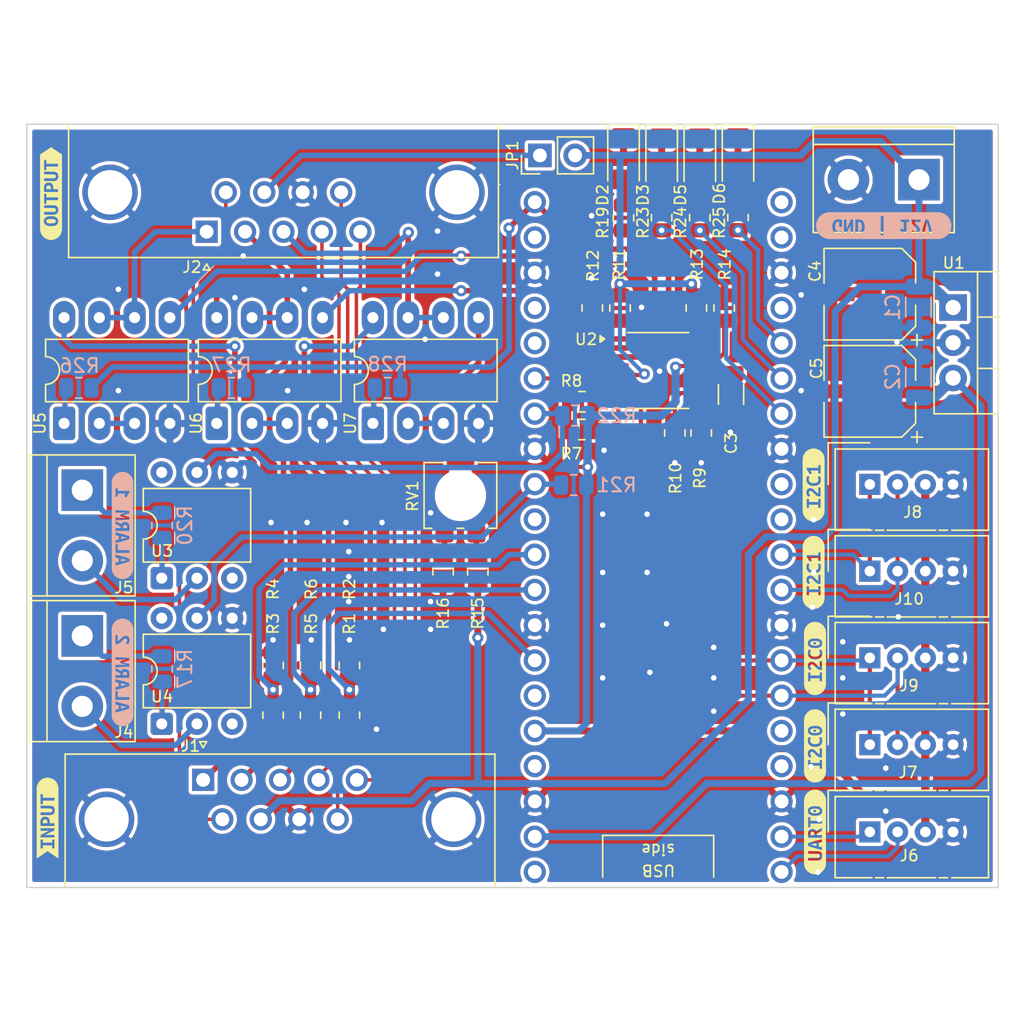
<source format=kicad_pcb>
(kicad_pcb (version 20241229) (generator "pcbnew") (generator_version "9.0")
  (layers (0 "F.Cu" signal) (2 "B.Cu" signal) (13 "F.Paste" user) (15 "B.Paste" user) (5 "F.SilkS" user "F.Silkscreen") (7 "B.SilkS" user "B.Silkscreen") (1 "F.Mask" user) (3 "B.Mask" user) (25 "Edge.Cuts" user))
  (net 0 "")
  (net 1 "+12V")
  (net 2 "GND")
  (net 3 "+5V")
  (net 4 "+3.3V")
  (net 5 "/LED-red")
  (net 6 "/LED-green")
  (net 7 "/db-4")
  (net 8 "/db-5")
  (net 9 "/db-6")
  (net 10 "/db-9")
  (net 11 "Net-(J4-Pin_1)")
  (net 12 "Net-(J4-Pin_2)")
  (net 13 "Net-(J5-Pin_1)")
  (net 14 "Net-(J5-Pin_2)")
  (net 15 "/TxD")
  (net 16 "/RxD")
  (net 17 "/SDA")
  (net 18 "/SCL")
  (net 19 "/SDA1")
  (net 20 "Net-(JP1-A)")
  (net 21 "Net-(U5-D1_A)")
  (net 22 "Net-(U6-D1_A)")
  (net 25 "/SCL1")
  (net 28 "/LED-blue")
  (net 29 "/enable")
  (net 30 "/SHDN")
  (net 33 "/AlarmIn2")
  (net 34 "/AlarmIn1")
  (net 36 "/VjoyCenter")
  (net 37 "/VjoyY")
  (net 38 "/VjoyX")
  (net 42 "Net-(U2-AD0)")
  (net 43 "Net-(U2-AD1)")
  (net 44 "Net-(U2-A1)")
  (net 45 "Net-(U2-B1)")
  (net 46 "Net-(U2-A2)")
  (net 47 "Net-(U2-B2)")
  (net 48 "Net-(R15-Pad2)")
  (net 49 "Net-(R16-Pad1)")
  (net 50 "Net-(R17-Pad1)")
  (net 51 "Net-(R20-Pad1)")
  (net 53 "Net-(U7-D1_A)")
  (net 58 "/VctlCenter")
  (net 59 "/VctlY")
  (net 60 "/VctlX")
  (net 61 "Net-(U5-D1_C)")
  (net 62 "/VoutX")
  (net 63 "/VoutY")
  (net 64 "Net-(U6-D1_C)")
  (net 65 "Net-(U7-D1_C)")
  (net 66 "/VoutCenter")
  (net 67 "Net-(D3-A)")
  (net 68 "Net-(D5-A)")
  (net 69 "Net-(D6-A)")
  (net 70 "Net-(D2-A)")
  (net 73 "/VsrcCenter")
  (net 74 "/VsrcX")
  (net 75 "/VsrcY")
  (footprint "Resistor_SMD:R_0805_2012Metric" (layer "F.Cu") (at 96.7 72.25 90)
    (property "Reference" "R10")
    (property "Value" "0R")
  )
  (footprint "Potentiometer_SMD:Potentiometer_Bourns_3314R-1_Vertical_Hole" (layer "F.Cu") (at 81.25 76.75 180)
    (property "Reference" "RV1")
    (property "Value" "20k")
  )
  (footprint "kibuzzard-681B47CA" (layer "F.Cu") (at 51.5 100 90)
    (property "Reference" "kibuzzard-681B47CA" (hide yes))
    (property "Value" "G***" (hide yes))
  )
  (footprint "Resistor_SMD:R_0805_2012Metric" (layer "F.Cu") (at 100.25 63.25 90)
    (property "Reference" "R14")
    (property "Value" "33k")
  )
  (footprint "Package_DIP:DIP-8_W7.62mm_Socket_LongPads" (layer "F.Cu") (at 63.69 71.56 90)
    (property "Reference" "U6")
    (property "Value" "LH1512BB")
  )
  (footprint "Resistor_SMD:R_0805_2012Metric" (layer "F.Cu") (at 98.6 72.25 90)
    (property "Reference" "R9")
    (property "Value" "0R")
  )
  (footprint "Resistor_SMD:R_0805_2012Metric" (layer "F.Cu") (at 98.5 56.7375 90)
    (property "Reference" "R24")
    (property "Value" "R")
  )
  (footprint "kibuzzard-681B4A44" (layer "F.Cu") (at 106.8 101 90)
    (property "Reference" "kibuzzard-681B4A44" (hide yes))
    (property "Value" "G***" (hide yes))
  )
  (footprint "Connector_Dsub:DSUB-9_Socket_Horizontal_P2.77x2.84mm_EdgePinOffset4.94mm_Housed_MountingHolesOffset4.94mm" (layer "F.Cu") (at 62.96 57.75 180)
    (property "Reference" "J2")
    (property "Value" "female-to wheelchair")
  )
  (footprint "Connector:NS-Tech_Grove_1x04_P2mm_Vertical" (layer "F.Cu") (at 110.75 101 90)
    (property "Reference" "J6")
    (property "Value" "grove-Serial")
  )
  (footprint "Package_SO:TSSOP-16_4.4x5mm_P0.65mm" (layer "F.Cu") (at 95.5 67.75)
    (property "Reference" "U2")
    (property "Value" "AD5282")
  )
  (footprint "Package_DIP:DIP-6_W7.62mm" (layer "F.Cu") (at 59.725 82.7125 90)
    (property "Reference" "U3")
    (property "Value" "TIL111")
  )
  (footprint "Package_DIP:DIP-8_W7.62mm_Socket_LongPads" (layer "F.Cu") (at 74.94 71.56 90)
    (property "Reference" "U7")
    (property "Value" "LH1512BB")
  )
  (footprint "Resistor_SMD:R_0805_2012Metric" (layer "F.Cu") (at 80 82.25 -90)
    (property "Reference" "R16")
    (property "Value" "33k")
  )
  (footprint "Resistor_SMD:R_0805_2012Metric" (layer "F.Cu") (at 90 72)
    (property "Reference" "R7")
    (property "Value" "4k7")
  )
  (footprint "kibuzzard-681B4A1A" (layer "F.Cu") (at 106.7 76 90)
    (property "Reference" "kibuzzard-681B4A1A" (hide yes))
    (property "Value" "G***" (hide yes))
  )
  (footprint "Capacitor_SMD:C_1206_3216Metric" (layer "F.Cu") (at 100.75 69.475 -90)
    (property "Reference" "C3")
    (property "Value" "100nF")
  )
  (footprint "LED_SMD:LED_1206_3216Metric_Pad1.42x1.75mm_HandSolder" (layer "F.Cu") (at 93 52.4875 -90)
    (property "Reference" "D2")
    (property "Value" "LED-yellow")
  )
  (footprint "fab:CP_Elec_D6.3mm_H6.1mm" (layer "F.Cu") (at 110.75 69.25 180)
    (property "Reference" "C5")
    (property "Value" "100uF")
  )
  (footprint "Resistor_SMD:R_0805_2012Metric" (layer "F.Cu") (at 82.5 82.25 90)
    (property "Reference" "R15")
    (property "Value" "33k")
  )
  (footprint "TerminalBlock:TerminalBlock_bornier-2_P5.08mm" (layer "F.Cu") (at 54 76.3725 -90)
    (property "Reference" "J5")
    (property "Value" "AlarmIn2")
  )
  (footprint "kibuzzard-681B4A2D" (layer "F.Cu") (at 106.8 88.5 90)
    (property "Reference" "kibuzzard-681B4A2D" (hide yes))
    (property "Value" "G***" (hide yes))
  )
  (footprint "Connector:NS-Tech_Grove_1x04_P2mm_Vertical" (layer "F.Cu") (at 110.75 94.7075 90)
    (property "Reference" "J7")
    (property "Value" "grove-I2C")
  )
  (footprint "TerminalBlock:TerminalBlock_bornier-2_P5.08mm" (layer "F.Cu") (at 54 86.8725 -90)
    (property "Reference" "J4")
    (property "Value" "AlarmIn1")
  )
  (footprint "Resistor_SMD:R_0805_2012Metric" (layer "F.Cu") (at 101.25 56.725 90)
    (property "Reference" "R25")
    (property "Value" "R")
  )
  (footprint "Connector:NS-Tech_Grove_1x04_P2mm_Vertical" (layer "F.Cu") (at 110.75 75.9575 90)
    (property "Reference" "J8")
    (property "Value" "grove-I2C-2")
  )
  (footprint "fab:RaspberryPi_PicoW_SocketTHT" (layer "F.Cu") (at 95.5 79.75 180)
    (property "Reference" "M1" (hide yes))
    (property "Value" "Module_RaspberryPi_PicoW_SocketTHT")
  )
  (footprint "Resistor_SMD:R_0805_2012Metric" (layer "F.Cu") (at 92.75 63.25 90)
    (property "Reference" "R11")
    (property "Value" "33k")
  )
  (footprint "Resistor_SMD:R_0805_2012Metric" (layer "F.Cu") (at 93 56.75 -90)
    (property "Reference" "R19")
    (property "Value" "1k")
  )
  (footprint "Resistor_SMD:R_0805_2012Metric" (layer "F.Cu") (at 67.75 92.5875 90)
    (property "Reference" "R3")
    (property "Value" "33k")
  )
  (footprint "Resistor_SMD:R_0805_2012Metric" (layer "F.Cu") (at 73.25 89 90)
    (property "Reference" "R2")
    (property "Value" "10k")
  )
  (footprint "kibuzzard-681B47BC" (layer "F.Cu") (at 51.75 55 90)
    (property "Reference" "kibuzzard-681B47BC" (hide yes))
    (property "Value" "G***" (hide yes))
  )
  (footprint "Connector_PinHeader_2.54mm:PinHeader_1x02_P2.54mm_Vertical" (layer "F.Cu") (at 86.975 52.25 90)
    (property "Reference" "JP1")
    (property "Value" "power")
  )
  (footprint "Resistor_SMD:R_0805_2012Metric" (layer "F.Cu") (at 67.75 89 90)
    (property "Reference" "R4")
    (property "Value" "10k")
  )
  (footprint "TerminalBlock:TerminalBlock_bornier-2_P5.08mm" (layer "F.Cu") (at 114.29 54 180)
    (property "Reference" "J3" (hide yes))
    (property "Value" "12V")
  )
  (footprint "Package_DIP:DIP-8_W7.62mm_Socket_LongPads" (layer "F.Cu") (at 52.69 71.56 90)
    (property "Reference" "U5")
    (property "Value" "LH1512BB")
  )
  (footprint "Resistor_SMD:R_0805_2012Metric" (layer "F.Cu") (at 98.25 63.25 90)
    (property "Reference" "R13")
    (property "Value" "33k")
  )
  (footprint "fab:CP_Elec_D6.3mm_H6.1mm" (layer "F.Cu") (at 110.75 62.25 180)
    (property "Reference" "C4")
    (property "Value" "10uF")
  )
  (footprint "Resistor_SMD:R_0805_2012Metric" (layer "F.Cu") (at 70.45 92.5875 90)
    (property "Reference" "R5")
    (property "Value" "33k")
  )
  (footprint "LED_SMD:LED_1206_3216Metric_Pad1.42x1.75mm_HandSolder" (layer "F.Cu") (at 101.25 52.5 -90)
    (property "Reference" "D6")
    (property "Value" "LED")
  )
  (footprint "Connector:NS-Tech_Grove_1x04_P2mm_Vertical" (layer "F.Cu") (at 110.75 88.4575 90)
    (property "Reference" "J9")
    (property "Value" "grove-I2C")
  )
  (footprint "Resistor_SMD:R_0805_2012Metric" (layer "F.Cu") (at 90 70)
    (property "Reference" "R8")
    (property "Value" "4k7")
  )
  (footprint "LED_SMD:LED_1206_3216Metric_Pad1.42x1.75mm_HandSolder" (layer "F.Cu") (at 98.5 52.5125 -90)
    (property "Reference" "D5")
    (property "Value" "LED")
  )
  (footprint "kibuzzard-681B4A1A" (layer "F.Cu") (at 106.7 82.3 90)
    (property "Reference" "kibuzzard-681B4A1A" (hide yes))
    (property "Value" "G***" (hide yes))
  )
  (footprint "Resistor_SMD:R_0805_2012Metric" (layer "F.Cu") (at 90.75 63.25 90)
    (property "Reference" "R12")
    (property "Value" "33k")
  )
  (footprint "kibuzzard-681B4A2D" (layer "F.Cu") (at 106.8 94.8 90)
    (property "Reference" "kibuzzard-681B4A2D" (hide yes))
    (property "Value" "G***" (hide yes))
  )
  (footprint "Resistor_SMD:R_0805_2012Metric" (layer "F.Cu") (at 70.45 89 90)
    (property "Reference" "R6")
    (property "Value" "10k")
  )
  (footprint "Package_DIP:DIP-6_W7.62mm" (layer "F.Cu") (at 59.725 93.2125 90)
    (property "Reference" "U4")
    (property "Value" "TIL111")
  )
  (footprint "Connector_Dsub:DSUB-9_Pins_Horizontal_P2.77x2.84mm_EdgePinOffset4.94mm_Housed_MountingHolesOffset4.94mm" (layer "F.Cu") (at 62.71 97.25)
    (property "Reference" "J1")
    (property "Value" "male-joystick in")
  )
  (footprint "Package_TO_SOT_THT:TO-220-3_Vertical" (layer "F.Cu") (at 116.75 63.21 -90)
    (property "Reference" "U1")
    (property "Value" "LM7805_TO220")
  )
  (footprint "Connector:NS-Tech_Grove_1x04_P2mm_Vertical" (layer "F.Cu") (at 110.75 82.2075 90)
    (property "Reference" "J10")
    (property "Value" "grove-I2C-2")
  )
  (footprint "Resistor_SMD:R_0805_2012Metric" (layer "F.Cu") (at 73.25 92.5875 90)
    (property "Reference" "R1")
    (property "Value" "33k")
  )
  (footprint "LED_SMD:LED_1206_3216Metric_Pad1.42x1.75mm_HandSolder" (layer "F.Cu") (at 95.75 52.5125 -90)
    (property "Reference" "D3")
    (property "Value" "LED")
  )
  (footprint "Resistor_SMD:R_0805_2012Metric" (layer "F.Cu") (at 95.75 56.7375 90)
    (property "Reference" "R23")
    (property "Value" "R")
  )
  (footprint "kibuzzard-681B47D9" (layer "B.Cu") (at 56.9 78.9125 90)
    (property "Reference" "kibuzzard-681B47D9" (hide yes))
    (property "Value" "G***" (hide yes))
  )
  (footprint "Resistor_SMD:R_0805_2012Metric" (layer "B.Cu") (at 53.75 69 180)
    (property "Reference" "R26")
    (property "Value" "1k")
  )
  (footprint "kibuzzard-681B4932" (layer "B.Cu") (at 111.75 57.31)
    (property "Reference" "kibuzzard-681B4932" (hide yes))
    (property "Value" "G***" (hide yes))
  )
  (footprint "Resistor_SMD:R_0805_2012Metric" (layer "B.Cu") (at 89.4125 76 180)
    (property "Reference" "R21")
    (property "Value" "2k2")
  )
  (footprint "Resistor_SMD:R_0805_2012Metric" (layer "B.Cu") (at 76 69 180)
    (property "Reference" "R28")
    (property "Value" "1k")
  )
  (footprint "Resistor_SMD:R_0805_2012Metric" (layer "B.Cu") (at 59.75 89.25 90)
    (property "Reference" "R17")
    (property "Value" "2k2")
  )
  (footprint "Capacitor_SMD:C_1206_3216Metric" (layer "B.Cu") (at 114.25 63.185 -90)
    (property "Reference" "C1")
    (property "Value" "100nF")
  )
  (footprint "Resistor_SMD:R_0805_2012Metric" (layer "B.Cu") (at 59.75 78.9125 90)
    (property "Reference" "R20")
    (property "Value" "2k2")
  )
  (footprint "Capacitor_SMD:C_1206_3216Metric" (layer "B.Cu") (at 114.25 68.225 90)
    (property "Reference" "C2")
    (property "Value" "100nF")
  )
  (footprint "Resistor_SMD:R_0805_2012Metric" (layer "B.Cu") (at 64.75 69 180)
    (property "Reference" "R27")
    (property "Value" "1k")
  )
  (footprint "Resistor_SMD:R_0805_2012Metric" (layer "B.Cu") (at 89.5 71 180)
    (property "Reference" "R22")
    (property "Value" "2k2")
  )
  (footprint "kibuzzard-681B49F5" (layer "B.Cu") (at 56.9 89.5 90)
    (property "Reference" "kibuzzard-681B49F5" (hide yes))
    (property "Value" "G***" (hide yes))
  )
  (gr_rect (start 50 50) (end 120 105) (stroke (width 0.1)) (fill no) (layer "Edge.Cuts"))
  (segment (start 92.75 61.5) (end 92.75 62.3375) (width 0.8) (layer "F.Cu") (net 1))
  (segment (start 115.79 62.25) (end 116.75 63.21) (width 0.8) (layer "F.Cu") (net 1))
  (segment (start 94.425 68.075) (end 94.5 68) (width 0.3) (layer "F.Cu") (net 1))
  (segment (start 97.9 61.5) (end 97.9 61.9875) (width 0.8) (layer "F.Cu") (net 1))
  (segment (start 92.6375 68.075) (end 94.425 68.075) (width 0.3) (layer "F.Cu") (net 1))
  (segment (start 82.5 87) (end 82.5 83.1625) (width 0.5) (layer "F.Cu") (net 1))
  (segment (start 97.9 61.9875) (end 98.25 62.3375) (width 0.8) (layer "F.Cu") (net 1))
  (segment (start 113.35 62.25) (end 115.79 62.25) (width 0.8) (layer "F.Cu") (net 1))
  (via (at 92.75 61.5) (size 0.8) (drill 0.4) (layers "F.Cu" "B.Cu") (net 1))
  (via (at 82.5 87) (size 0.8) (drill 0.4) (layers "F.Cu" "B.Cu") (net 1))
  (via (at 97.9 61.5) (size 0.8) (drill 0.4) (layers "F.Cu" "B.Cu") (net 1))
  (via (at 94.5 68) (size 0.8) (drill 0.4) (layers "F.Cu" "B.Cu") (net 1))
  (segment (start 89.515 52.25) (end 92.75 52.25) (width 0.5) (layer "B.Cu") (net 1))
  (segment (start 82.5 94) (end 82.5 95.4) (width 0.5) (layer "B.Cu") (net 1))
  (segment (start 114.29 54) (end 114.29 61.67) (width 0.5) (layer "B.Cu") (net 1))
  (segment (start 82.6 97.511) (end 78.989 97.511) (width 0.5) (layer "B.Cu") (net 1))
  (segment (start 105.75 79.75) (end 105.731 79.731) (width 0.5) (layer "B.Cu") (net 1))
  (segment (start 114.29 61.67) (end 114.25 61.71) (width 0.5) (layer "B.Cu") (net 1))
  (segment (start 95.989 97.511) (end 82.6 97.511) (width 0.5) (layer "B.Cu") (net 1))
  (segment (start 68.205 98.75) (end 77.75 98.75) (width 0.5) (layer "B.Cu") (net 1))
  (segment (start 114.25 61.71) (end 115.25 61.71) (width 0.8) (layer "B.Cu") (net 1))
  (segment (start 92.75 66.25) (end 92.75 61.5) (width 0.3) (layer "B.Cu") (net 1))
  (segment (start 82.5 94) (end 82.5 87) (width 0.5) (layer "B.Cu") (net 1))
  (segment (start 102 81) (end 102 91.5) (width 0.5) (layer "B.Cu") (net 1))
  (segment (start 66.865 100.09) (end 68.205 98.75) (width 0.5) (layer "B.Cu") (net 1))
  (segment (start 103.269 79.731) (end 102 81) (width 0.5) (layer "B.Cu") (net 1))
  (segment (start 102 91.5) (end 95.989 97.511) (width 0.5) (layer "B.Cu") (net 1))
  (segment (start 108.25 79) (end 107.5 79.75) (width 0.5) (layer "B.Cu") (net 1))
  (segment (start 78.3 98.2) (end 79 97.5) (width 0.5) (layer "B.Cu") (net 1))
  (segment (start 82.5 97.411) (end 82.6 97.511) (width 0.5) (layer "B.Cu") (net 1))
  (segment (start 78.989 97.511) (end 78.3 98.2) (width 0.5) (layer "B.Cu") (net 1))
  (segment (start 114.25 61.71) (end 110.04 61.71) (width 0.5) (layer "B.Cu") (net 1))
  (segment (start 115.25 61.71) (end 116.75 63.21) (width 0.8) (layer "B.Cu") (net 1))
  (segment (start 107.5 79.75) (end 105.75 79.75) (width 0.5) (layer "B.Cu") (net 1))
  (segment (start 79 97.5) (end 80.75 97.5) (width 0.5) (layer "B.Cu") (net 1))
  (segment (start 82.5 95.4) (end 82.5 97.411) (width 0.5) (layer "B.Cu") (net 1))
  (segment (start 92.75 61.5) (end 92.75 52.25) (width 0.5) (layer "B.Cu") (net 1))
  (segment (start 97.9 61.5) (end 92.75 61.5) (width 0.5) (layer "B.Cu") (net 1))
  (segment (start 105.75 52.25) (end 106.75 51.25) (width 0.5) (layer "B.Cu") (net 1))
  (segment (start 94.5 68) (end 92.75 66.25) (width 0.3) (layer "B.Cu") (net 1))
  (segment (start 106.75 51.25) (end 111.54 51.25) (width 0.5) (layer "B.Cu") (net 1))
  (segment (start 108.25 63.5) (end 108.25 79) (width 0.5) (layer "B.Cu") (net 1))
  (segment (start 77.75 98.75) (end 78.3 98.2) (width 0.5) (layer "B.Cu") (net 1))
  (segment (start 105.731 79.731) (end 103.269 79.731) (width 0.5) (layer "B.Cu") (net 1))
  (segment (start 111.54 51.25) (end 114.29 54) (width 0.5) (layer "B.Cu") (net 1))
  (segment (start 110.04 61.71) (end 108.25 63.5) (width 0.5) (layer "B.Cu") (net 1))
  (segment (start 92.75 52.25) (end 105.75 52.25) (width 0.5) (layer "B.Cu") (net 1))
  (segment (start 70.45 87.2125) (end 70.5 87.1625) (width 0.8) (layer "F.Cu") (net 2))
  (segment (start 67.75 88.0875) (end 67.75 87.1625) (width 0.8) (layer "F.Cu") (net 2))
  (segment (start 70.45 88.0875) (end 70.45 87.2125) (width 0.8) (layer "F.Cu") (net 2))
  (segment (start 73.25 88.0875) (end 73.25 87.1625) (width 0.8) (layer "F.Cu") (net 2))
  (via (at 111.9 99.5) (size 0.8) (drill 0.4) (layers "F.Cu" "B.Cu") (net 2))
  (via (at 99.5 87.7) (size 0.8) (drill 0.4) (layers "F.Cu" "B.Cu") (net 2))
  (via (at 70.5 87.1625) (size 0.8) (drill 0.4) (layers "F.Cu" "B.Cu") (net 2))
  (via (at 79.6 60.8) (size 0.8) (drill 0.4) (layers "F.Cu" "B.Cu") (net 2))
  (via (at 79.1 84.4) (size 0.8) (drill 0.4) (layers "F.Cu" "B.Cu") (net 2))
  (via (at 108.8 89.9) (size 0.8) (drill 0.4) (layers "F.Cu" "B.Cu") (net 2))
  (via (at 91.5 82.3) (size 0.8) (drill 0.4) (layers "F.Cu" "B.Cu") (net 2))
  (via (at 75.2 93.6) (size 0.8) (drill 0.4) (layers "F.Cu" "B.Cu") (net 2))
  (via (at 73 78.7) (size 0.8) (drill 0.4) (layers "F.Cu" "B.Cu") (net 2))
  (via (at 78.7 65.5) (size 0.8) (drill 0.4) (layers "F.Cu" "B.Cu") (net 2))
  (via (at 79.1 78) (size 0.8) (drill 0.4) (layers "F.Cu" "B.Cu") (net 2))
  (via (at 79.1 86.4) (size 0.8) (drill 0.4) (layers "F.Cu" "B.Cu") (net 2))
  (via (at 112.7 65.7) (size 0.8) (drill 0.4) (layers "F.Cu" "B.Cu") (net 2))
  (via (at 108.8 92.5) (size 0.8) (drill 0.4) (layers "F.Cu" "B.Cu") (net 2))
  (via (at 99.5 92.3) (size 0.8) (drill 0.4) (layers "F.Cu" "B.Cu") (net 2))
  (via (at 91.5 78.1) (size 0.8) (drill 0.4) (layers "F.Cu" "B.Cu") (net 2))
  (via (at 99.5 89.9) (size 0.8) (drill 0.4) (layers "F.Cu" "B.Cu") (net 2))
  (via (at 94.7 78.1) (size 0.8) (drill 0.4) (layers "F.Cu" "B.Cu") (net 2))
  (via (at 111.9 96.4) (size 0.8) (drill 0.4) (layers "F.Cu" "B.Cu") (net 2))
  (via (at 94.7 82.3) (size 0.8) (drill 0.4) (layers "F.Cu" "B.Cu") (net 2))
  (via (at 67.75 87.1625) (size 0.8) (drill 0.4) (layers "F.Cu" "B.Cu") (net 2))
  (via (at 70.2 78.7) (size 0.8) (drill 0.4) (layers "F.Cu" "B.Cu") (net 2))
  (via (at 75.6 78.7) (size 0.8) (drill 0.4) (layers "F.Cu" "B.Cu") (net 2))
  (via (at 106.6 84.8) (size 0.8) (drill 0.4) (layers "F.Cu" "B.Cu") (net 2))
  (via (at 107.1 100.1) (size 0.8) (drill 0.4) (layers "F.Cu" "B.Cu") (net 2))
  (via (at 65.6 59.5) (size 0.8) (drill 0.4) (layers "F.Cu" "B.Cu") (net 2))
  (via (at 90.7 61.1) (size 0.8) (drill 0.4) (layers "F.Cu" "B.Cu") (net 2))
  (via (at 65 62.5) (size 0.8) (drill 0.4) (layers "F.Cu" "B.Cu") (net 2))
  (via (at 73.2 82.6) (size 0.8) (drill 0.4) (layers "F.Cu" "B.Cu") (net 2))
  (via (at 96.7 74.4) (size 0.8) (drill 0.4) (layers "F.Cu" "B.Cu") (net 2))
  (via (at 90.7 56.6) (size 0.8) (drill 0.4) (layers "F.Cu" "B.Cu") (net 2))
  (via (at 100.7 72.2) (size 0.8) (drill 0.4) (layers "F.Cu" "B.Cu") (net 2))
  (via (at 79.6 57.7) (size 0.8) (drill 0.4) (layers "F.Cu" "B.Cu") (net 2))
  (via (at 106.5 96.3) (size 0.8) (drill 0.4) (layers "F.Cu" "B.Cu") (net 2))
  (via (at 105.8 69.2) (size 0.8) (drill 0.4) (layers "F.Cu" "B.Cu") (net 2))
  (via (at 56.6 61.9) (size 0.8) (drill 0.4) (layers "F.Cu" "B.Cu") (net 2))
  (via (at 98.6 74.4) (size 0.8) (drill 0.4) (layers "F.Cu" "B.Cu") (net 2))
  (via (at 112.8 85.5) (size 0.8) (drill 0.4) (layers "F.Cu" "B.Cu") (net 2))
  (via (at 73.25 87.1625) (size 0.8) (drill 0.4) (layers "F.Cu" "B.Cu") (net 2))
  (via (at 67.6 78.7) (size 0.8) (drill 0.4) (layers "F.Cu" "B.Cu") (net 2))
  (via (at 96.1 86) (size 0.8) (drill 0.4) (layers "F.Cu" "B.Cu") (net 2))
  (via (at 91.5 89.9) (size 0.8) (drill 0.4) (layers "F.Cu" "B.Cu") (net 2))
  (via (at 106.7 78.5) (size 0.8) (drill 0.4) (layers "F.Cu" "B.Cu") (net 2))
  (via (at 95.6 67.8) (size 0.8) (drill 0.4) (layers "F.Cu" "B.Cu") (net 2))
  (via (at 94.9 89.5) (size 0.8) (drill 0.4) (layers "F.Cu" "B.Cu") (net 2))
  (via (at 75.7 86.4) (size 0.8) (drill 0.4) (layers "F.Cu" "B.Cu") (net 2))
  (via (at 105.8 62.3) (size 0.8) (drill 0.4) (layers "F.Cu" "B.Cu") (net 2))
  (via (at 73.2 80.8) (size 0.8) (drill 0.4) (layers "F.Cu" "B.Cu") (net 2))
  (via (at 91.5 86.1) (size 0.8) (drill 0.4) (layers "F.Cu" "B.Cu") (net 2))
  (via (at 106.7 82.3) (size 0.8) (drill 0.4) (layers "F.Cu" "B.Cu") (net 2))
  (via (at 68.8 69.2) (size 0.8) (drill 0.4) (layers "F.Cu" "B.Cu") (net 2))
  (via (at 91.6 73.5) (size 0.8) (drill 0.4) (layers "F.Cu" "B.Cu") (net 2))
  (via (at 107 103.9) (size 0.8) (drill 0.4) (layers "F.Cu" "B.Cu") (net 2))
  (via (at 94.3 63.2) (size 0.8) (drill 0.4) (layers "F.Cu" "B.Cu") (net 2))
  (via (at 73.2 84.4) (size 0.8) (drill 0.4) (layers "F.Cu" "B.Cu") (net 2))
  (via (at 70 61.9) (size 0.8) (drill 0.4) (layers "F.Cu" "B.Cu") (net 2))
  (via (at 108.8 87.3) (size 0.8) (drill 0.4) (layers "F.Cu" "B.Cu") (net 2))
  (via (at 56.6 69.2) (size 0.8) (drill 0.4) (layers "F.Cu" "B.Cu") (net 2))
  (segment (start 113.35 69.25) (end 115.79 69.25) (width 0.8) (layer "F.Cu") (net 3))
  (segment (start 115.79 69.25) (end 116.75 68.29) (width 0.8) (layer "F.Cu") (net 3))
  (segment (start 115.34 69.7) (end 116.75 68.29) (width 0.8) (layer "B.Cu") (net 3))
  (segment (start 117.989 97.511) (end 102.761 97.511) (width 0.5) (layer "B.Cu") (net 3))
  (segment (start 102.75 97.5) (end 99 97.5) (width 0.5) (layer "B.Cu") (net 3))
  (segment (start 114.25 69.7) (end 115.34 69.7) (width 0.8) (layer "B.Cu") (net 3))
  (segment (start 116.75 68.29) (end 118.75 70.29) (width 0.5) (layer "B.Cu") (net 3))
  (segment (start 99 97.5) (end 95.16 101.34) (width 0.5) (layer "B.Cu") (net 3))
  (segment (start 118.75 70.29) (end 118.75 96.75) (width 0.5) (layer "B.Cu") (net 3))
  (segment (start 95.16 101.34) (end 86.61 101.34) (width 0.5) (layer "B.Cu") (net 3))
  (segment (start 118.75 96.75) (end 117.989 97.511) (width 0.5) (layer "B.Cu") (net 3))
  (segment (start 102.761 97.511) (end 102.75 97.5) (width 0.5) (layer "B.Cu") (net 3))
  (segment (start 107 95) (end 110.25 98.25) (width 0.5) (layer "F.Cu") (net 4))
  (segment (start 110.25 98.25) (end 114.75 98.25) (width 0.5) (layer "F.Cu") (net 4))
  (segment (start 100.175 67.425) (end 100.75 68) (width 0.3) (layer "F.Cu") (net 4))
  (segment (start 89.0875 74.2875) (end 89.5 74.7) (width 0.3) (layer "F.Cu") (net 4))
  (segment (start 114.75 98.25) (end 114.75 101) (width 0.6) (layer "F.Cu") (net 4))
  (segment (start 103 95) (end 107 95) (width 0.5) (layer "F.Cu") (net 4))
  (segment (start 98.3625 67.425) (end 96.825 67.425) (width 0.3) (layer "F.Cu") (net 4))
  (segment (start 89.0875 70) (end 89.0875 74.2875) (width 0.3) (layer "F.Cu") (net 4))
  (segment (start 86.61 93.72) (end 101.72 93.72) (width 0.5) (layer "F.Cu") (net 4))
  (segment (start 89.5 74.7) (end 90.4125 74.7) (width 0.3) (layer "F.Cu") (net 4))
  (segment (start 114.75 75.9575) (end 114.75 98.25) (width 0.6) (layer "F.Cu") (net 4))
  (segment (start 101.72 93.72) (end 103 95) (width 0.5) (layer "F.Cu") (net 4))
  (segment (start 96.825 67.425) (end 96.75 67.5) (width 0.3) (layer "F.Cu") (net 4))
  (segment (start 98.3625 67.425) (end 100.175 67.425) (width 0.3) (layer "F.Cu") (net 4))
  (via (at 96.75 67.5) (size 0.8) (drill 0.4) (layers "F.Cu" "B.Cu") (net 4))
  (via (at 90.4125 74.7) (size 0.8) (drill 0.4) (layers "F.Cu" "B.Cu") (net 4))
  (segment (start 90.4125 74.7) (end 90.4125 71) (width 0.6) (layer "B.Cu") (net 4))
  (segment (start 90.4125 71) (end 95.75 71) (width 0.6) (layer "B.Cu") (net 4))
  (segment (start 89.78 93.72) (end 90.325 93.175) (width 0.5) (layer "B.Cu") (net 4))
  (segment (start 90.4125 74.7) (end 90.4125 75.9125) (width 0.6) (layer "B.Cu") (net 4))
  (segment (start 96.75 70) (end 96.75 67.5) (width 0.6) (layer "B.Cu") (net 4))
  (segment (start 95.75 71) (end 96.75 70) (width 0.6) (layer "B.Cu") (net 4))
  (segment (start 90.325 93.175) (end 90.325 76) (width 0.5) (layer "B.Cu") (net 4))
  (segment (start 90.4125 75.9125) (end 90.325 76) (width 0.3) (layer "B.Cu") (net 4))
  (segment (start 86.61 93.72) (end 89.78 93.72) (width 0.5) (layer "B.Cu") (net 4))
  (via (at 95.75 57.65) (size 0.8) (drill 0.4) (layers "F.Cu" "B.Cu") (net 5))
  (segment (start 100.4 66.87) (end 100.4 61.6) (width 0.3) (layer "B.Cu") (net 5))
  (segment (start 96.45 57.65) (end 95.75 57.65) (width 0.3) (layer "B.Cu") (net 5))
  (segment (start 100.4 61.6) (end 96.45 57.65) (width 0.3) (layer "B.Cu") (net 5))
  (segment (start 104.39 70.86) (end 100.4 66.87) (width 0.3) (layer "B.Cu") (net 5))
  (via (at 98.5 57.65) (size 0.8) (drill 0.4) (layers "F.Cu" "B.Cu") (net 6))
  (segment (start 101.6 65.53) (end 101.6 60.75) (width 0.3) (layer "B.Cu") (net 6))
  (segment (start 101.6 60.75) (end 98.5 57.65) (width 0.3) (layer "B.Cu") (net 6))
  (segment (start 104.39 68.32) (end 101.6 65.53) (width 0.3) (layer "B.Cu") (net 6))
  (segment (start 76.5 78) (end 76.5 93.75) (width 0.25) (layer "F.Cu") (net 7))
  (segment (start 72.5 62.25) (end 72.5 74) (width 0.25) (layer "F.Cu") (net 7))
  (segment (start 71.27 61.02) (end 72.5 62.25) (width 0.25) (layer "F.Cu") (net 7))
  (segment (start 71.27 57.75) (end 71.27 61.02) (width 0.25) (layer "F.Cu") (net 7))
  (segment (start 75.5 94.75) (end 73.25 94.75) (width 0.25) (layer "F.Cu") (net 7))
  (segment (start 71.02 96.98) (end 71.02 97.25) (width 0.25) (layer "F.Cu") (net 7))
  (segment (start 73.25 94.75) (end 71.02 96.98) (width 0.25) (layer "F.Cu") (net 7))
  (segment (start 72.5 74) (end 76.5 78) (width 0.25) (layer "F.Cu") (net 7))
  (segment (start 76.5 93.75) (end 75.5 94.75) (width 0.25) (layer "F.Cu") (net 7))
  (segment (start 75.5 97.25) (end 73.79 97.25) (width 0.25) (layer "F.Cu") (net 8))
  (segment (start 78 94.75) (end 75.5 97.25) (width 0.25) (layer "F.Cu") (net 8))
  (segment (start 73.75 73.25) (end 78 77.5) (width 0.25) (layer "F.Cu") (net 8))
  (segment (start 78 77.5) (end 78 94.75) (width 0.25) (layer "F.Cu") (net 8))
  (segment (start 73.75 62) (end 73.75 73.25) (width 0.25) (layer "F.Cu") (net 8))
  (segment (start 74.04 61.71) (end 73.75 62) (width 0.25) (layer "F.Cu") (net 8))
  (segment (start 74.04 57.75) (end 74.04 61.71) (width 0.25) (layer "F.Cu") (net 8))
  (segment (start 61 98.75) (end 62.34 100.09) (width 0.25) (layer "F.Cu") (net 9))
  (segment (start 62 73.25) (end 61 74.25) (width 0.25) (layer "F.Cu") (net 9))
  (segment (start 62 61.198117) (end 62 73.25) (width 0.25) (layer "F.Cu") (net 9))
  (segment (start 61 74.25) (end 61 98.75) (width 0.25) (layer "F.Cu") (net 9))
  (segment (start 64.345 54.91) (end 64.345 58.853117) (width 0.25) (layer "F.Cu") (net 9))
  (segment (start 64.345 58.853117) (end 62 61.198117) (width 0.25) (layer "F.Cu") (net 9))
  (segment (start 62.34 100.09) (end 64.095 100.09) (width 0.25) (layer "F.Cu") (net 9))
  (segment (start 76 95.5) (end 77.25 94.25) (width 0.25) (layer "F.Cu") (net 10))
  (segment (start 73.125 73.625) (end 73.125 61.875) (width 0.25) (layer "F.Cu") (net 10))
  (segment (start 72.405 100.09) (end 72.405 96.595) (width 0.25) (layer "F.Cu") (net 10))
  (segment (start 77.25 94.25) (end 77.25 77.75) (width 0.25) (layer "F.Cu") (net 10))
  (segment (start 73.125 61.875) (end 72.655 61.405) (width 0.25) (layer "F.Cu") (net 10))
  (segment (start 73.5 95.5) (end 76 95.5) (width 0.25) (layer "F.Cu") (net 10))
  (segment (start 77.25 77.75) (end 73.125 73.625) (width 0.25) (layer "F.Cu") (net 10))
  (segment (start 72.405 96.595) (end 73.5 95.5) (width 0.25) (layer "F.Cu") (net 10))
  (segment (start 72.655 61.405) (end 72.655 54.91) (width 0.25) (layer "F.Cu") (net 10))
  (segment (start 55.465 88.3375) (end 54 86.8725) (width 0.4) (layer "B.Cu") (net 11))
  (segment (start 59.75 88.3375) (end 55.465 88.3375) (width 0.4) (layer "B.Cu") (net 11))
  (segment (start 56.7975 94.75) (end 60.7275 94.75) (width 0.4) (layer "B.Cu") (net 12))
  (segment (start 60.7275 94.75) (end 62.265 93.2125) (width 0.4) (layer "B.Cu") (net 12))
  (segment (start 54 91.9525) (end 56.7975 94.75) (width 0.4) (layer "B.Cu") (net 12))
  (segment (start 59.75 78) (end 55.6275 78) (width 0.4) (layer "B.Cu") (net 13))
  (segment (start 55.6275 78) (end 54 76.3725) (width 0.4) (layer "B.Cu") (net 13))
  (segment (start 56.7975 84.25) (end 60.7275 84.25) (width 0.4) (layer "B.Cu") (net 14))
  (segment (start 54 81.4525) (end 56.7975 84.25) (width 0.4) (layer "B.Cu") (net 14))
  (segment (start 60.7275 84.25) (end 62.265 82.7125) (width 0.4) (layer "B.Cu") (net 14))
  (segment (start 104.39 103.88) (end 105.52 102.75) (width 0.3) (layer "B.Cu") (net 15))
  (segment (start 112.75 102.07763) (end 112.75 101) (width 0.3) (layer "B.Cu") (net 15))
  (segment (start 105.52 102.75) (end 112.07763 102.75) (width 0.3) (layer "B.Cu") (net 15))
  (segment (start 112.07763 102.75) (end 112.75 102.07763) (width 0.3) (layer "B.Cu") (net 15))
  (segment (start 110.41 101.34) (end 110.75 101) (width 0.3) (layer "B.Cu") (net 16))
  (segment (start 104.39 101.34) (end 110.41 101.34) (width 0.3) (layer "B.Cu") (net 16))
  (segment (start 92 72) (end 90.9125 72) (width 0.3) (layer "F.Cu") (net 17))
  (segment (start 92.6375 71.3625) (end 92 72) (width 0.3) (layer "F.Cu") (net 17))
  (segment (start 112.75 94.7075) (end 112.75 88.4575) (width 0.3) (layer "F.Cu") (net 17))
  (segment (start 92.6375 70.025) (end 92.6375 85.3875) (width 0.3) (layer "F.Cu") (net 17))
  (segment (start 98.43 91.18) (end 104.39 91.18) (width 0.3) (layer "F.Cu") (net 17))
  (segment (start 92.6375 70.025) (end 92.6375 71.3625) (width 0.3) (layer "F.Cu") (net 17))
  (segment (start 92.6375 85.3875) (end 98.43 91.18) (width 0.3) (layer "F.Cu") (net 17))
  (segment (start 112.75 90.25) (end 112.75 88.4575) (width 0.3) (layer "B.Cu") (net 17))
  (segment (start 104.39 91.18) (end 111.82 91.18) (width 0.3) (layer "B.Cu") (net 17))
  (segment (start 111.82 91.18) (end 112.75 90.25) (width 0.3) (layer "B.Cu") (net 17))
  (segment (start 94.25 72.25) (end 93.5 73) (width 0.3) (layer "F.Cu") (net 18))
  (segment (start 93.5 85) (end 97.14 88.64) (width 0.3) (layer "F.Cu") (net 18))
  (segment (start 97.14 88.64) (end 104.39 88.64) (width 0.3) (layer "F.Cu") (net 18))
  (segment (start 110.75 94.7075) (end 110.75 88.4575) (width 0.3) (layer "F.Cu") (net 18))
  (segment (start 92.6375 69.375) (end 91.5375 69.375) (width 0.3) (layer "F.Cu") (net 18))
  (segment (start 92.6375 69.375) (end 93.625 69.375) (width 0.3) (layer "F.Cu") (net 18))
  (segment (start 94.25 70) (end 94.25 72.25) (width 0.3) (layer "F.Cu") (net 18))
  (segment (start 93.5 73) (end 93.5 85) (width 0.3) (layer "F.Cu") (net 18))
  (segment (start 91.5375 69.375) (end 90.9125 70) (width 0.3) (layer "F.Cu") (net 18))
  (segment (start 93.625 69.375) (end 94.25 70) (width 0.3) (layer "F.Cu") (net 18))
  (segment (start 104.39 88.64) (end 110.5675 88.64) (width 0.3) (layer "B.Cu") (net 18))
  (segment (start 110.5675 88.64) (end 110.75 88.4575) (width 0.3) (layer "B.Cu") (net 18))
  (segment (start 112.75 75.9575) (end 112.75 82.2075) (width 0.3) (layer "F.Cu") (net 19))
  (segment (start 108.81 83.56) (end 109.25 84) (width 0.3) (layer "B.Cu") (net 19))
  (segment (start 104.39 83.56) (end 108.81 83.56) (width 0.3) (layer "B.Cu") (net 19))
  (segment (start 112.75 83.5) (end 112.75 82.2075) (width 0.3) (layer "B.Cu") (net 19))
  (segment (start 109.25 84) (end 112.25 84) (width 0.3) (layer "B.Cu") (net 19))
  (segment (start 112.25 84) (end 112.75 83.5) (width 0.3) (layer "B.Cu") (net 19))
  (segment (start 69.775 52.25) (end 67.115 54.91) (width 0.4) (layer "B.Cu") (net 20))
  (segment (start 86.975 52.25) (end 69.775 52.25) (width 0.4) (layer "B.Cu") (net 20))
  (segment (start 52.75 71.5) (end 52.69 71.56) (width 0.4) (layer "B.Cu") (net 21))
  (segment (start 52.75 68.825) (end 52.75 71.5) (width 0.4) (layer "B.Cu") (net 21))
  (segment (start 63.75 68.9125) (end 63.75 71.5) (width 0.4) (layer "B.Cu") (net 22))
  (segment (start 63.75 71.5) (end 63.69 71.56) (width 0.4) (layer "B.Cu") (net 22))
  (segment (start 110.75 75.9575) (end 110.75 82.2075) (width 0.3) (layer "F.Cu") (net 25))
  (segment (start 104.39 81.02) (end 109.5625 81.02) (width 0.3) (layer "B.Cu") (net 25))
  (segment (start 109.5625 81.02) (end 110.75 82.2075) (width 0.3) (layer "B.Cu") (net 25))
  (via (at 101.25 57.6375) (size 0.8) (drill 0.4) (layers "F.Cu" "B.Cu") (net 28))
  (segment (start 102.7 64.09) (end 102.7 59.0875) (width 0.3) (layer "B.Cu") (net 28))
  (segment (start 104.39 65.78) (end 102.7 64.09) (width 0.3) (layer "B.Cu") (net 28))
  (segment (start 102.7 59.0875) (end 101.25 57.6375) (width 0.3) (layer "B.Cu") (net 28))
  (segment (start 84.75 57.48) (end 86.61 55.62) (width 0.4) (layer "F.Cu") (net 29))
  (segment (start 88.6525 57.6625) (end 93 57.6625) (width 0.4) (layer "F.Cu") (net 29))
  (segment (start 86.61 55.62) (end 88.6525 57.6625) (width 0.4) (layer "F.Cu") (net 29))
  (via (at 84.75 57.48) (size 0.8) (drill 0.4) (layers "F.Cu" "B.Cu") (net 29))
  (segment (start 65.75 67.5) (end 77 67.5) (width 0.4) (layer "B.Cu") (net 29))
  (segment (start 54.6625 69) (end 56.1625 67.5) (width 0.4) (layer "B.Cu") (net 29))
  (segment (start 76.9125 67.5875) (end 77 67.5) (width 0.4) (layer "B.Cu") (net 29))
  (segment (start 65.6625 67.5875) (end 65.75 67.5) (width 0.4) (layer "B.Cu") (net 29))
  (segment (start 83.5 67.5) (end 77 67.5) (width 0.4) (layer "B.Cu") (net 29))
  (segment (start 56.1625 67.5) (end 65.75 67.5) (width 0.4) (layer "B.Cu") (net 29))
  (segment (start 65.6625 69) (end 65.6625 67.5875) (width 0.4) (layer "B.Cu") (net 29))
  (segment (start 84.75 66.25) (end 83.5 67.5) (width 0.4) (layer "B.Cu") (net 29))
  (segment (start 84.75 57.48) (end 84.75 66.25) (width 0.4) (layer "B.Cu") (net 29))
  (segment (start 76.9125 69) (end 76.9125 67.5875) (width 0.4) (layer "B.Cu") (net 29))
  (segment (start 89.92 68.32) (end 86.61 68.32) (width 0.3) (layer "F.Cu") (net 30))
  (segment (start 92.6375 68.725) (end 90.325 68.725) (width 0.3) (layer "F.Cu") (net 30))
  (segment (start 90.325 68.725) (end 89.92 68.32) (width 0.3) (layer "F.Cu") (net 30))
  (segment (start 66.5 73.75) (end 63.6075 73.75) (width 0.4) (layer "B.Cu") (net 33))
  (segment (start 87.511 74.739) (end 67.489 74.739) (width 0.4) (layer "B.Cu") (net 33))
  (segment (start 88.4475 70.86) (end 88.5875 71) (width 0.4) (layer "B.Cu") (net 33))
  (segment (start 86.61 70.86) (end 88.4475 70.86) (width 0.4) (layer "B.Cu") (net 33))
  (segment (start 62.25 75.1075) (end 62.265 75.0925) (width 0.4) (layer "B.Cu") (net 33))
  (segment (start 63.6075 73.75) (end 62.265 75.0925) (width 0.4) (layer "B.Cu") (net 33))
  (segment (start 88.5875 71) (end 88.5875 73.6625) (width 0.4) (layer "B.Cu") (net 33))
  (segment (start 88.5875 73.6625) (end 87.511 74.739) (width 0.4) (layer "B.Cu") (net 33))
  (segment (start 67.489 74.739) (end 66.5 73.75) (width 0.4) (layer "B.Cu") (net 33))
  (segment (start 62.25 85.6075) (end 62.265 85.5925) (width 0.4) (layer "B.Cu") (net 34))
  (segment (start 86.61 75.94) (end 88.44 75.94) (width 0.4) (layer "B.Cu") (net 34))
  (segment (start 88.44 75.94) (end 88.5 76) (width 0.4) (layer "B.Cu") (net 34))
  (segment (start 82.8 79.75) (end 65.5 79.75) (width 0.4) (layer "B.Cu") (net 34))
  (segment (start 63.5 81.75) (end 63.5 84.3575) (width 0.4) (layer "B.Cu") (net 34))
  (segment (start 63.5 84.3575) (end 62.265 85.5925) (width 0.4) (layer "B.Cu") (net 34))
  (segment (start 86.61 75.94) (end 82.8 79.75) (width 0.4) (layer "B.Cu") (net 34))
  (segment (start 65.5 79.75) (end 63.5 81.75) (width 0.4) (layer "B.Cu") (net 34))
  (segment (start 73.25 91.675) (end 73.25 90.75) (width 0.8) (layer "F.Cu") (net 36))
  (segment (start 73.25 90.75) (end 73.25 90) (width 0.8) (layer "F.Cu") (net 36))
  (via (at 73.25 90.75) (size 0.8) (drill 0.4) (layers "F.Cu" "B.Cu") (net 36))
  (segment (start 71.75 86) (end 71.75 89.25) (width 0.4) (layer "B.Cu") (net 36))
  (segment (start 71.75 89.25) (end 73.25 90.75) (width 0.4) (layer "B.Cu") (net 36))
  (segment (start 83.25 85.25) (end 72.5 85.25) (width 0.4) (layer "B.Cu") (net 36))
  (segment (start 86.61 88.61) (end 83.25 85.25) (width 0.4) (layer "B.Cu") (net 36))
  (segment (start 86.61 88.64) (end 86.61 88.61) (width 0.4) (layer "B.Cu") (net 36))
  (segment (start 72.5 85.25) (end 71.75 86) (width 0.4) (layer "B.Cu") (net 36))
  (segment (start 70.45 91.675) (end 70.45 90.75) (width 0.8) (layer "F.Cu") (net 37))
  (segment (start 70.45 90.75) (end 70.45 90) (width 0.8) (layer "F.Cu") (net 37))
  (via (at 70.45 90.75) (size 0.8) (drill 0.4) (layers "F.Cu" "B.Cu") (net 37))
  (segment (start 70.94 83.56) (end 86.61 83.56) (width 0.4) (layer "B.Cu") (net 37))
  (segment (start 70.45 90.75) (end 69.25 89.55) (width 0.4) (layer "B.Cu") (net 37))
  (segment (start 69.25 89.55) (end 69.25 85.25) (width 0.4) (layer "B.Cu") (net 37))
  (segment (start 69.25 85.25) (end 70.94 83.56) (width 0.4) (layer "B.Cu") (net 37))
  (segment (start 67.75 91.675) (end 67.75 90.75) (width 0.8) (layer "F.Cu") (net 38))
  (segment (start 67.75 90.75) (end 67.75 90) (width 0.8) (layer "F.Cu") (net 38))
  (via (at 67.75 90.75) (size 0.8) (drill 0.4) (layers "F.Cu" "B.Cu") (net 38))
  (segment (start 67.75 90.75) (end 66.75 89.75) (width 0.4) (layer "B.Cu") (net 38))
  (segment (start 66.75 89.75) (end 66.75 83.5) (width 0.4) (layer "B.Cu") (net 38))
  (segment (start 84.73 81.02) (end 86.61 81.02) (width 0.4) (layer "B.Cu") (net 38))
  (segment (start 68.5 81.75) (end 84 81.75) (width 0.4) (layer "B.Cu") (net 38))
  (segment (start 84 81.75) (end 84.73 81.02) (width 0.4) (layer "B.Cu") (net 38))
  (segment (start 66.75 83.5) (end 68.5 81.75) (width 0.4) (layer "B.Cu") (net 38))
  (segment (start 98.6 70.2625) (end 98.6 71.3375) (width 0.3) (layer "F.Cu") (net 42))
  (segment (start 98.3625 70.025) (end 98.6 70.2625) (width 0.3) (layer "F.Cu") (net 42))
  (segment (start 96.7 69.8) (end 96.7 71.3375) (width 0.3) (layer "F.Cu") (net 43))
  (segment (start 98.3625 69.375) (end 97.125 69.375) (width 0.3) (layer "F.Cu") (net 43))
  (segment (start 97.125 69.375) (end 96.7 69.8) (width 0.3) (layer "F.Cu") (net 43))
  (segment (start 94.25 65.5) (end 93.625 66.125) (width 0.3) (layer "F.Cu") (net 44))
  (segment (start 93.9125 64.1625) (end 94.25 64.5) (width 0.3) (layer "F.Cu") (net 44))
  (segment (start 92.75 64.1625) (end 93.9125 64.1625) (width 0.3) (layer "F.Cu") (net 44))
  (segment (start 94.25 64.5) (end 94.25 65.5) (width 0.3) (layer "F.Cu") (net 44))
  (segment (start 93.625 66.125) (end 92.6375 66.125) (width 0.3) (layer "F.Cu") (net 44))
  (segment (start 91.175 67.425) (end 90.75 67) (width 0.3) (layer "F.Cu") (net 45))
  (segment (start 90.75 67) (end 90.75 64.1625) (width 0.3) (layer "F.Cu") (net 45))
  (segment (start 92.6375 67.425) (end 91.175 67.425) (width 0.3) (layer "F.Cu") (net 45))
  (segment (start 98.3625 65.475) (end 98.3625 64.275) (width 0.3) (layer "F.Cu") (net 46))
  (segment (start 98.3625 64.275) (end 98.25 64.1625) (width 0.3) (layer "F.Cu") (net 46))
  (segment (start 99.975 66.775) (end 98.3625 66.775) (width 0.3) (layer "F.Cu") (net 47))
  (segment (start 100.25 66.5) (end 99.975 66.775) (width 0.3) (layer "F.Cu") (net 47))
  (segment (start 100.25 64.1625) (end 100.25 66.5) (width 0.3) (layer "F.Cu") (net 47))
  (segment (start 82.4 81.2375) (end 82.5 81.3375) (width 0.4) (layer "F.Cu") (net 48))
  (segment (start 82.4 79.5) (end 82.4 81.2375) (width 0.4) (layer "F.Cu") (net 48))
  (segment (start 80.1 79.5) (end 80.1 81.2375) (width 0.4) (layer "F.Cu") (net 49))
  (segment (start 80.1 81.2375) (end 80 81.3375) (width 0.4) (layer "F.Cu") (net 49))
  (segment (start 59.75 93.1875) (end 59.725 93.2125) (width 0.4) (layer "B.Cu") (net 50))
  (segment (start 59.75 90.1625) (end 59.75 93.1875) (width 0.4) (layer "B.Cu") (net 50))
  (segment (start 59.75 79.825) (end 59.75 82.6875) (width 0.4) (layer "B.Cu") (net 51))
  (segment (start 59.75 82.6875) (end 59.725 82.7125) (width 0.4) (layer "B.Cu") (net 51))
  (segment (start 75 68.9125) (end 75 71.5) (width 0.4) (layer "B.Cu") (net 53))
  (segment (start 75 71.5) (end 74.94 71.56) (width 0.4) (layer "B.Cu") (net 53))
  (segment (start 81.25 68.5) (end 81.25 73.5) (width 0.4) (layer "F.Cu") (net 58))
  (segment (start 82.56 63.94) (end 82.56 67.19) (width 0.4) (layer "F.Cu") (net 58))
  (segment (start 82.56 67.19) (end 81.25 68.5) (width 0.4) (layer "F.Cu") (net 58))
  (segment (start 81.3 62) (end 87.75 62) (width 0.4) (layer "F.Cu") (net 59))
  (segment (start 89.65 60.1) (end 94.35 60.1) (width 0.4) (layer "F.Cu") (net 59))
  (segment (start 95.25 66) (end 94.475 66.775) (width 0.4) (layer "F.Cu") (net 59))
  (segment (start 87.75 62) (end 89.65 60.1) (width 0.4) (layer "F.Cu") (net 59))
  (segment (start 94.475 66.775) (end 92.6375 66.775) (width 0.4) (layer "F.Cu") (net 59))
  (segment (start 95.25 61) (end 95.25 66) (width 0.4) (layer "F.Cu") (net 59))
  (segment (start 94.35 60.1) (end 95.25 61) (width 0.4) (layer "F.Cu") (net 59))
  (via (at 81.3 62) (size 0.8) (drill 0.4) (layers "F.Cu" "B.Cu") (net 59))
  (segment (start 73.25 62) (end 71.31 63.94) (width 0.4) (layer "B.Cu") (net 59))
  (segment (start 81.3 62) (end 73.25 62) (width 0.4) (layer "B.Cu") (net 59))
  (segment (start 85.25 59.5) (end 85.251 59.499) (width 0.4) (layer "F.Cu") (net 60))
  (segment (start 88.499 59) (end 95.25 59) (width 0.4) (layer "F.Cu") (net 60))
  (segment (start 88 59.499) (end 88.499 59) (width 0.4) (layer "F.Cu") (net 60))
  (segment (start 81.3 59.5) (end 85.25 59.5) (width 0.4) (layer "F.Cu") (net 60))
  (segment (start 96.25 65.75) (end 96.625 66.125) (width 0.4) (layer "F.Cu") (net 60))
  (segment (start 85.251 59.499) (end 88 59.499) (width 0.4) (layer "F.Cu") (net 60))
  (segment (start 96.25 60) (end 96.25 65.75) (width 0.4) (layer "F.Cu") (net 60))
  (segment (start 96.625 66.125) (end 98.3625 66.125) (width 0.4) (layer "F.Cu") (net 60))
  (segment (start 95.25 59) (end 96.25 60) (width 0.4) (layer "F.Cu") (net 60))
  (via (at 81.3 59.5) (size 0.8) (drill 0.4) (layers "F.Cu" "B.Cu") (net 60))
  (segment (start 81.3 59.5) (end 78.4 59.5) (width 0.4) (layer "B.Cu") (net 60))
  (segment (start 60.36 63.94) (end 60.31 63.94) (width 0.4) (layer "B.Cu") (net 60))
  (segment (start 77.3 60.6) (end 63.7 60.6) (width 0.4) (layer "B.Cu") (net 60))
  (segment (start 63.7 60.6) (end 60.36 63.94) (width 0.4) (layer "B.Cu") (net 60))
  (segment (start 78.4 59.5) (end 77.3 60.6) (width 0.4) (layer "B.Cu") (net 60))
  (segment (start 55.23 71.56) (end 57.77 71.56) (width 0.4) (layer "B.Cu") (net 61))
  (segment (start 57.77 63.94) (end 57.77 59.23) (width 0.4) (layer "B.Cu") (net 62))
  (segment (start 55.23 63.94) (end 57.77 63.94) (width 0.4) (layer "B.Cu") (net 62))
  (segment (start 57.77 59.23) (end 59.25 57.75) (width 0.4) (layer "B.Cu") (net 62))
  (segment (start 59.25 57.75) (end 62.96 57.75) (width 0.4) (layer "B.Cu") (net 62))
  (segment (start 68.77 63.94) (end 68.77 60.77) (width 0.4) (layer "F.Cu") (net 63))
  (segment (start 68.77 60.77) (end 65.75 57.75) (width 0.4) (layer "F.Cu") (net 63))
  (segment (start 65.75 57.75) (end 65.73 57.75) (width 0.4) (layer "F.Cu") (net 63))
  (segment (start 66.23 63.94) (end 68.77 63.94) (width 0.4) (layer "B.Cu") (net 63))
  (segment (start 66.23 71.56) (end 68.77 71.56) (width 0.4) (layer "B.Cu") (net 64))
  (segment (start 78.94 71.56) (end 77.48 71.56) (width 0.4) (layer "B.Cu") (net 65))
  (segment (start 79.06 71.56) (end 79 71.5) (width 0.4) (layer "B.Cu") (net 65))
  (segment (start 80.02 71.56) (end 79.06 71.56) (width 0.4) (layer "B.Cu") (net 65))
  (segment (start 79 71.5) (end 78.94 71.56) (width 0.4) (layer "B.Cu") (net 65))
  (segment (start 77.48 63.94) (end 77.44 63.94) (width 0.4) (layer "F.Cu") (net 66))
  (segment (start 77.5 57.8) (end 77.48 57.82) (width 0.4) (layer "F.Cu") (net 66))
  (segment (start 77.48 63.94) (end 77.48 61.73) (width 0.4) (layer "F.Cu") (net 66))
  (segment (start 77.48 57.82) (end 77.48 63.94) (width 0.4) (layer "F.Cu") (net 66))
  (via (at 77.5 57.8) (size 0.8) (drill 0.4) (layers "F.Cu" "B.Cu") (net 66))
  (segment (start 77.5 57.8) (end 76 59.3) (width 0.4) (layer "B.Cu") (net 66))
  (segment (start 77.48 63.94) (end 80.02 63.94) (width 0.4) (layer "B.Cu") (net 66))
  (segment (start 70.05 59.3) (end 68.5 57.75) (width 0.4) (layer "B.Cu") (net 66))
  (segment (start 76 59.3) (end 70.05 59.3) (width 0.4) (layer "B.Cu") (net 66))
  (segment (start 95.75 55.825) (end 95.75 54) (width 0.6) (layer "F.Cu") (net 67))
  (segment (start 98.5 55.825) (end 98.5 54) (width 0.6) (layer "F.Cu") (net 68))
  (segment (start 101.25 55.8125) (end 101.25 53.9875) (width 0.6) (layer "F.Cu") (net 69))
  (segment (start 93 55.8375) (end 93 53.975) (width 0.6) (layer "F.Cu") (net 70))
  (segment (start 74.75 79) (end 74.75 92.5) (width 0.4) (layer "F.Cu") (net 73))
  (segment (start 73.75 93.5) (end 73.25 93.5) (width 0.4) (layer "F.Cu") (net 73))
  (segment (start 73.25 93.5) (end 71.75 95) (width 0.4) (layer "F.Cu") (net 73))
  (segment (start 70.5 95) (end 68.25 97.25) (width 0.4) (layer "F.Cu") (net 73))
  (segment (start 70 66) (end 70 74.25) (width 0.4) (layer "F.Cu") (net 73))
  (segment (start 74.75 92.5) (end 73.75 93.5) (width 0.4) (layer "F.Cu") (net 73))
  (segment (start 70 74.25) (end 74.75 79) (width 0.4) (layer "F.Cu") (net 73))
  (segment (start 71.75 95) (end 70.5 95) (width 0.4) (layer "F.Cu") (net 73))
  (via (at 70 66) (size 0.8) (drill 0.4) (layers "F.Cu" "B.Cu") (net 73))
  (segment (start 73.4 66) (end 74.94 64.46) (width 0.4) (layer "B.Cu") (net 73))
  (segment (start 70 66) (end 73.4 66) (width 0.4) (layer "B.Cu") (net 73))
  (segment (start 74.94 64.46) (end 74.94 63.94) (width 0.4) (layer "B.Cu") (net 73))
  (segment (start 67.75 93.5) (end 66.25 95) (width 0.4) (layer "F.Cu") (net 74))
  (segment (start 66.375 75.875) (end 69 78.5) (width 0.4) (layer "F.Cu") (net 74))
  (segment (start 69 93.25) (end 68.75 93.5) (width 0.4) (layer "F.Cu") (net 74))
  (segment (start 65 66) (end 65 73) (width 0.4) (layer "F.Cu") (net 74))
  (segment (start 65 73) (end 66.375 74.375) (width 0.4) (layer "F.Cu") (net 74))
  (segment (start 66.25 95) (end 65 95) (width 0.4) (layer "F.Cu") (net 74))
  (segment (start 66.375 74.375) (end 66.375 75.875) (width 0.4) (layer "F.Cu") (net 74))
  (segment (start 69 78.5) (end 69 93.25) (width 0.4) (layer "F.Cu") (net 74))
  (segment (start 68.75 93.5) (end 67.75 93.5) (width 0.4) (layer "F.Cu") (net 74))
  (segment (start 62.75 97.25) (end 62.71 97.25) (width 0.4) (layer "F.Cu") (net 74))
  (segment (start 65 95) (end 62.75 97.25) (width 0.4) (layer "F.Cu") (net 74))
  (via (at 65 66) (size 0.8) (drill 0.4) (layers "F.Cu" "B.Cu") (net 74))
  (segment (start 65 66) (end 53.25 66) (width 0.4) (layer "B.Cu") (net 74))
  (segment (start 52.69 65.44) (end 52.69 63.94) (width 0.4) (layer "B.Cu") (net 74))
  (segment (start 53.25 66) (end 52.69 65.44) (width 0.4) (layer "B.Cu") (net 74))
  (segment (start 68.625 66.125) (end 68.625 67.125) (width 0.4) (layer "F.Cu") (net 75))
  (segment (start 70.25 93.5) (end 68.75 95) (width 0.4) (layer "F.Cu") (net 75))
  (segment (start 67.5 62) (end 67.5 65) (width 0.4) (layer "F.Cu") (net 75))
  (segment (start 71.75 78.5) (end 71.75 93.25) (width 0.4) (layer "F.Cu") (net 75))
  (segment (start 68.5 74.25) (end 68.5 75.25) (width 0.4) (layer "F.Cu") (net 75))
  (segment (start 68.75 95) (end 67.75 95) (width 0.4) (layer "F.Cu") (net 75))
  (segment (start 67.5 65) (end 68.625 66.125) (width 0.4) (layer "F.Cu") (net 75))
  (segment (start 71.5 93.5) (end 70.45 93.5) (width 0.4) (layer "F.Cu") (net 75))
  (segment (start 68.5 75.25) (end 71.75 78.5) (width 0.4) (layer "F.Cu") (net 75))
  (segment (start 63.69 63.94) (end 63.69 62.06) (width 0.4) (layer "F.Cu") (net 75))
  (segment (start 63.69 62.06) (end 64.25 61.5) (width 0.4) (layer "F.Cu") (net 75))
  (segment (start 71.75 93.25) (end 71.5 93.5) (width 0.4) (layer "F.Cu") (net 75))
  (segment (start 67 61.5) (end 67.5 62) (width 0.4) (layer "F.Cu") (net 75))
  (segment (start 67.5 68.25) (end 67.5 73.25) (width 0.4) (layer "F.Cu") (net 75))
  (segment (start 67.5 73.25) (end 68.5 74.25) (width 0.4) (layer "F.Cu") (net 75))
  (segment (start 64.25 61.5) (end 67 61.5) (width 0.4) (layer "F.Cu") (net 75))
  (segment (start 65.5 97.25) (end 65.48 97.25) (width 0.4) (layer "F.Cu") (net 75))
  (segment (start 70.45 93.5) (end 70.25 93.5) (width 0.4) (layer "F.Cu") (net 75))
  (segment (start 68.625 67.125) (end 67.5 68.25) (width 0.4) (layer "F.Cu") (net 75))
  (segment (start 67.75 95) (end 65.5 97.25) (width 0.4) (layer "F.Cu") (net 75))
  (zone (net 2) (net_name "GND") (layers "F.Cu" "B.Cu") (connect_pads (clearance 0.25)) (min_thickness 0.25) (fill yes (thermal_gap 0.25) (thermal_bridge_width 0.5))
    (polygon (pts (xy 120 105) (xy 50 105) (xy 50 50) (xy 120 50)))
  )
)
</source>
